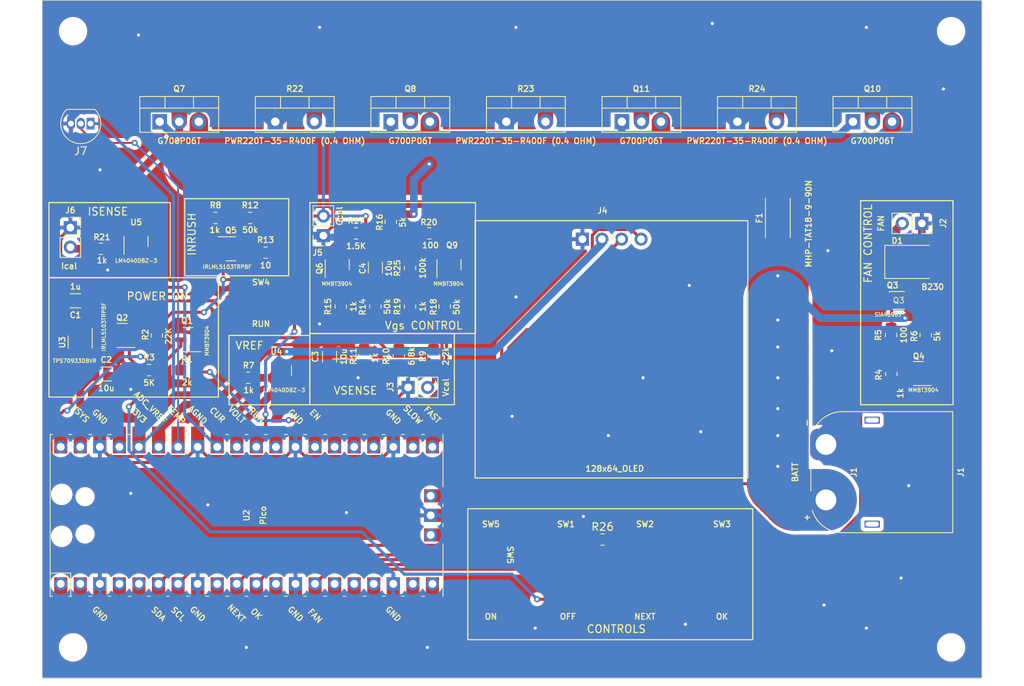
<source format=kicad_pcb>
(kicad_pcb (version 20221018) (generator pcbnew)
  (layers (0 "F.Cu" signal) (31 "B.Cu" signal) (34 "B.Paste" user) (35 "F.Paste" user) (36 "B.SilkS" user "B.Silkscreen") (37 "F.SilkS" user "F.Silkscreen") (38 "B.Mask" user) (39 "F.Mask" user) (44 "Edge.Cuts" user))
  (net 0 "")
  (net 1 "Net-(Q5-D)")
  (net 2 "/FET-G")
  (net 3 "/3V3")
  (net 4 "Net-(R10-Pad2)")
  (net 5 "/VHIGH")
  (net 6 "Net-(Q5-G)")
  (net 7 "/3V")
  (net 8 "/VOLT")
  (net 9 "/BAT+")
  (net 10 "Net-(Q3-G)")
  (net 11 "Net-(Q4-C)")
  (net 12 "/FAN")
  (net 13 "Net-(Q4-B)")
  (net 14 "Net-(R26-Pad1)")
  (net 15 "/ON")
  (net 16 "/EN")
  (net 17 "Net-(Q1-B)")
  (net 18 "GND")
  (net 19 "/SLOW")
  (net 20 "Net-(Q6-B)")
  (net 21 "/CUR")
  (net 22 "/FET-S")
  (net 23 "Net-(Q9-C)")
  (net 24 "/FAST")
  (net 25 "Net-(Q9-B)")
  (net 26 "Net-(Q6-C)")
  (net 27 "/FET-D")
  (net 28 "/FAN+")
  (net 31 "/VSYS")
  (net 32 "Net-(U2-RUN)")
  (net 33 "/OK")
  (net 34 "/NEXT")
  (net 35 "/OFF")
  (net 41 "/SDA")
  (net 42 "/SCL")
  (net 52 "/TEMP")
  (footprint "Resistor_SMD:R_0805_2012Metric_Pad1.20x1.40mm_HandSolder" (layer "F.Cu") (at 202.7 93.45 -90)
    (fp_text reference "R6")
    (fp_text value "5k")
  )
  (footprint "Connector_PinSocket_2.54mm:PinSocket_1x02_P2.54mm_Vertical" (layer "F.Cu") (at 135.5 100.25 90)
    (fp_text reference "J3")
    (fp_text value "Vcal")
  )
  (footprint "MountingHole:MountingHole_3.2mm_M3" (layer "F.Cu") (at 206 134)
    (fp_text reference "SEHOLE" hide)
    (fp_text value "MountingHole_3.2mm_M3")
  )
  (footprint "Package_TO_SOT_THT:TO-220-3_Vertical" (layer "F.Cu") (at 103.25 65.75)
    (fp_text reference "Q7")
    (fp_text value "G700P06T")
  )
  (footprint "Capacitor_SMD:C_1206_3216Metric_Pad1.33x1.80mm_HandSolder" (layer "F.Cu") (at 92.3125 89 180)
    (fp_text reference "C1")
    (fp_text value "1u")
  )
  (footprint "Resistor_SMD:R_0805_2012Metric_Pad1.20x1.40mm_HandSolder" (layer "F.Cu") (at 138.8 96.2 -90)
    (fp_text reference "R9")
    (fp_text value "2.2k")
  )
  (footprint "Package_TO_SOT_SMD:SOT-23-5" (layer "F.Cu") (at 92.925 94.3625 -90)
    (fp_text reference "U3")
    (fp_text value "TPS70933DBVR")
  )
  (footprint "Package_TO_SOT_SMD:SOT-23" (layer "F.Cu") (at 106.9375 94.05 180)
    (fp_text reference "Q1")
    (fp_text value "MMBT3904")
  )
  (footprint "Resistor_SMD:R_0805_2012Metric_Pad1.20x1.40mm_HandSolder" (layer "F.Cu") (at 198.25 98.5 -90)
    (fp_text reference "R4")
    (fp_text value "1k")
  )
  (footprint "Package_TO_SOT_SMD:Vishay_PowerPAK_SC70-6L_Single" (layer "F.Cu") (at 199.2 88.95)
    (fp_text reference "Q3")
    (fp_text value "SiA469DJ")
  )
  (footprint "Matt:SMD_Button_6mm_3_5mm" (layer "F.Cu") (at 156.25 128)
    (fp_text reference "SW1")
    (fp_text value "OFF")
  )
  (footprint "Capacitor_SMD:C_1206_3216Metric_Pad1.33x1.80mm_HandSolder" (layer "F.Cu") (at 131.25 84.6875 -90)
    (fp_text reference "C4")
    (fp_text value "10u")
  )
  (footprint "Package_TO_SOT_THT:TO-220-2_Vertical" (layer "F.Cu") (at 148.25 65.75)
    (fp_text reference "R23")
    (fp_text value "PWR220T-35-R400F (0.4 OHM)")
  )
  (footprint "Resistor_SMD:R_0805_2012Metric_Pad1.20x1.40mm_HandSolder" (layer "F.Cu") (at 135.75 84.75 90)
    (fp_text reference "R25")
    (fp_text value "100k")
  )
  (footprint "Resistor_SMD:R_0805_2012Metric_Pad1.20x1.40mm_HandSolder" (layer "F.Cu") (at 140.25 89.75 -90)
    (fp_text reference "R18")
    (fp_text value "50k")
  )
  (footprint "Matt:SMD_Button_6mm_3_5mm" (layer "F.Cu") (at 120.75 89.25 90)
    (fp_text reference "SW4")
    (fp_text value "RUN")
  )
  (footprint "Connector_PinSocket_2.54mm:PinSocket_1x02_P2.54mm_Vertical" (layer "F.Cu") (at 202.2 78.95 -90)
    (fp_text reference "J2")
    (fp_text value "FAN")
  )
  (footprint "Resistor_SMD:R_0805_2012Metric_Pad1.20x1.40mm_HandSolder" (layer "F.Cu") (at 114.75 99 180)
    (fp_text reference "R7")
    (fp_text value "1k")
  )
  (footprint "Connector_PinSocket_2.54mm:PinSocket_1x02_P2.54mm_Vertical" (layer "F.Cu") (at 124.5 80.54 180)
    (fp_text reference "J5")
    (fp_text value "Gcal")
  )
  (footprint "Resistor_SMD:R_0805_2012Metric_Pad1.20x1.40mm_HandSolder" (layer "F.Cu") (at 134.3 96.2 90)
    (fp_text reference "R10")
    (fp_text value "6.8k")
  )
  (footprint "Capacitor_SMD:C_1206_3216Metric_Pad1.33x1.80mm_HandSolder" (layer "F.Cu") (at 96.3125 98.5)
    (fp_text reference "C2")
    (fp_text value "10u")
  )
  (footprint "Matt:SMD_Button_6mm_3_5mm" (layer "F.Cu") (at 146.25 120 180)
    (fp_text reference "SW5")
    (fp_text value "ON")
  )
  (footprint "MountingHole:MountingHole_3.2mm_M3" (layer "F.Cu") (at 92 54)
    (fp_text reference "NWHOLE" hide)
    (fp_text value "MountingHole_3.2mm_M3")
  )
  (footprint "Capacitor_SMD:C_1206_3216Metric_Pad1.33x1.80mm_HandSolder" (layer "F.Cu") (at 125.3 96.2625 90)
    (fp_text reference "C3")
    (fp_text value "10u")
  )
  (footprint "MountingHole:MountingHole_3.2mm_M3" (layer "F.Cu") (at 206 54)
    (fp_text reference "NEHOLE" hide)
    (fp_text value "MountingHole_3.2mm_M3")
  )
  (footprint "Package_TO_SOT_SMD:SOT-23" (layer "F.Cu") (at 201.75 98.45 180)
    (fp_text reference "Q4")
    (fp_text value "MMBT3904")
  )
  (footprint "Package_TO_SOT_SMD:SOT-23" (layer "F.Cu") (at 98.375 93.5 180)
    (fp_text reference "Q2")
    (fp_text value "IRLML5103TRPBF")
  )
  (footprint "MCU_RaspberryPi_and_Boards:RPi_Pico_SMD_TH" (layer "F.Cu") (at 114.53 116.86 90)
    (fp_text reference "U2")
    (fp_text value "Pico")
  )
  (footprint "Matt:OLED_128_64_1.3in" (layer "F.Cu") (at 158.13 81)
    (fp_text reference "J4")
    (fp_text value "128x64_OLED")
  )
  (footprint "Matt:SMD_Button_6mm_3_5mm" (layer "F.Cu") (at 166.25 120 180)
    (fp_text reference "SW2")
    (fp_text value "NEXT")
  )
  (footprint "Resistor_SMD:R_0805_2012Metric_Pad1.20x1.40mm_HandSolder" (layer "F.Cu") (at 110.5 78.25)
    (fp_text reference "R8")
    (fp_text value "1k")
  )
  (footprint "Package_TO_SOT_THT:TO-220-2_Vertical" (layer "F.Cu") (at 178.25 65.75)
    (fp_text reference "R24")
    (fp_text value "PWR220T-35-R400F (0.4 OHM)")
  )
  (footprint "Resistor_SMD:R_0805_2012Metric_Pad1.20x1.40mm_HandSolder" (layer "F.Cu") (at 133.25 78.75 -90)
    (fp_text reference "R16")
    (fp_text value "5k")
  )
  (footprint "Resistor_SMD:R_0805_2012Metric_Pad1.20x1.40mm_HandSolder" (layer "F.Cu") (at 128.75 80.25)
    (fp_text reference "R17")
    (fp_text value "1.5K")
  )
  (footprint "Resistor_SMD:R_0805_2012Metric_Pad1.20x1.40mm_HandSolder" (layer "F.Cu") (at 131.25 89.75 -90)
    (fp_text reference "R14")
    (fp_text value "50k")
  )
  (footprint "Resistor_SMD:R_0805_2012Metric_Pad1.20x1.40mm_HandSolder" (layer "F.Cu") (at 95.625 82.25 180)
    (fp_text reference "R21")
    (fp_text value "1k")
  )
  (footprint "Resistor_SMD:R_0805_2012Metric_Pad1.20x1.40mm_HandSolder" (layer "F.Cu") (at 102.875 93.5 -90)
    (fp_text reference "R2")
    (fp_text value "22K")
  )
  (footprint "Resistor_SMD:R_0805_2012Metric_Pad1.20x1.40mm_HandSolder" (layer "F.Cu") (at 126.75 89.75 90)
    (fp_text reference "R15")
    (fp_text value "1k")
  )
  (footprint "Fuse:Fuse_Schurter_UMZ250" (layer "F.Cu") (at 183.5 78.25 90)
    (fp_text reference "F1")
    (fp_text value "MHP-TAT18-9-90N")
  )
  (footprint "Resistor_SMD:R_0805_2012Metric_Pad1.20x1.40mm_HandSolder" (layer "F.Cu") (at 160.75 120)
    (fp_text reference "R26")
    (fp_text value "100")
  )
  (footprint "Resistor_SMD:R_0805_2012Metric_Pad1.20x1.40mm_HandSolder" (layer "F.Cu") (at 106.875 98 180)
    (fp_text reference "R1")
    (fp_text value "2k")
  )
  (footprint "Package_TO_SOT_THT:TO-92_Inline" (layer "F.Cu") (at 94.27 66 180)
    (fp_text reference "J7")
    (fp_text value "MCP7901")
  )
  (footprint "Package_TO_SOT_THT:TO-220-3_Vertical" (layer "F.Cu") (at 163.25 65.75)
    (fp_text reference "Q11")
    (fp_text value "G700P06T")
  )
  (footprint "Resistor_SMD:R_0805_2012Metric_Pad1.20x1.40mm_HandSolder" (layer "F.Cu") (at 135.75 89.75 90)
    (fp_text reference "R19")
    (fp_text value "1k")
  )
  (footprint "Resistor_SMD:R_0805_2012Metric_Pad1.20x1.40mm_HandSolder" (layer "F.Cu") (at 101.875 98)
    (fp_text reference "R3")
    (fp_text value "5K")
  )
  (footprint "Connector_AMASS:AMASS_XT60PW-M_1x02_P7.20mm_Horizontal" (layer "F.Cu") (at 189.75 107.65 -90)
    (fp_text reference "J1")
    (fp_text value "BATT")
  )
  (footprint "Diode_SMD:D_SMB" (layer "F.Cu") (at 201.05 83.95)
    (fp_text reference "D1")
    (fp_text value "B230")
  )
  (footprint "Package_TO_SOT_THT:TO-220-2_Vertical" (layer "F.Cu") (at 118.25 65.75)
    (fp_text reference "R22")
    (fp_text value "PWR220T-35-R400F (0.4 OHM)")
  )
  (footprint "Package_TO_SOT_SMD:SOT-23" (layer "F.Cu") (at 118.8 98.0625 90)
    (fp_text reference "U4")
    (fp_text value "LM4040DBZ-3")
  )
  (footprint "Package_TO_SOT_SMD:SOT-23" (layer "F.Cu") (at 112.5 82.25)
    (fp_text reference "Q5")
    (fp_text value "IRLML5103TRPBF")
  )
  (footprint "Package_TO_SOT_THT:TO-220-3_Vertical" (layer "F.Cu") (at 133.25 65.75)
    (fp_text reference "Q8")
    (fp_text value "G700P06T")
  )
  (footprint "Package_TO_SOT_SMD:SOT-23" (layer "F.Cu") (at 140.8 84.3125 90)
    (fp_text reference "Q9")
    (fp_text value "MMBT3904")
  )
  (footprint "Package_TO_SOT_THT:TO-220-3_Vertical" (layer "F.Cu") (at 193.25 65.75)
    (fp_text reference "Q10")
    (fp_text value "G700P06T")
  )
  (footprint "Resistor_SMD:R_0805_2012Metric_Pad1.20x1.40mm_HandSolder" (layer "F.Cu") (at 198.2 93.45 90)
    (fp_text reference "R5")
    (fp_text value "100")
  )
  (footprint "Matt:SMD_Button_6mm_3_5mm" (layer "F.Cu") (at 176.25 120 180)
    (fp_text reference "SW3")
    (fp_text value "OK")
  )
  (footprint "Package_TO_SOT_SMD:SOT-23" (layer "F.Cu") (at 126.3 84.3125 90)
    (fp_text reference "Q6")
    (fp_text value "MMBT3904")
  )
  (footprint "Package_TO_SOT_SMD:SOT-23" (layer "F.Cu") (at 100.175 81.3125 90)
    (fp_text reference "U5")
    (fp_text value "LM4040DBZ-3")
  )
  (footprint "MountingHole:MountingHole_3.2mm_M3" (layer "F.Cu") (at 92 134)
    (fp_text reference "SWHOLE" hide)
    (fp_text value "MountingHole_3.2mm_M3")
  )
  (footprint "Connector_PinSocket_2.54mm:PinSocket_1x02_P2.54mm_Vertical" (layer "F.Cu") (at 91.65 79.5)
    (fp_text reference "J6")
    (fp_text value "Ical")
  )
  (footprint "Resistor_SMD:R_0805_2012Metric_Pad1.20x1.40mm_HandSolder" (layer "F.Cu") (at 115 78.25 180)
    (fp_text reference "R12")
    (fp_text value "50k")
  )
  (footprint "Resistor_SMD:R_0805_2012Metric_Pad1.20x1.40mm_HandSolder" (layer "F.Cu") (at 138.25 80.25 180)
    (fp_text reference "R20")
    (fp_text value "100")
  )
  (footprint "Resistor_SMD:R_0805_2012Metric_Pad1.20x1.40mm_HandSolder" (layer "F.Cu") (at 129.8 96.2 -90)
    (fp_text reference "R11")
    (fp_text value "1k")
  )
  (footprint "Resistor_SMD:R_0805_2012Metric_Pad1.20x1.40mm_HandSolder" (layer "F.Cu") (at 117 82.75)
    (fp_text reference "R13")
    (fp_text value "10")
  )
  (gr_rect (start 122.75 76.25) (end 144.25 93.25) (stroke (width 0.15)) (fill none) (layer "F.SilkS"))
  (gr_rect (start 88.875 86) (end 110.875 101.5) (stroke (width 0.15)) (fill none) (layer "F.SilkS"))
  (gr_rect (start 88.875 76.25) (end 104.625 86) (stroke (width 0.15)) (fill none) (layer "F.SilkS"))
  (gr_rect (start 194.25 76) (end 206.25 102.5) (stroke (width 0.15)) (fill none) (layer "F.SilkS"))
  (gr_rect (start 144.2 78.6) (end 179.6 112) (stroke (width 0.15)) (fill none) (layer "F.SilkS"))
  (gr_rect (start 122.75 93.25) (end 141.5 102.5) (stroke (width 0.15)) (fill none) (layer "F.SilkS"))
  (gr_rect (start 112.25 93.5) (end 122.75 102.5) (stroke (width 0.15)) (fill none) (layer "F.SilkS"))
  (gr_rect (start 143.25 116) (end 180.25 133) (stroke (width 0.15)) (fill none) (layer "F.SilkS"))
  (gr_rect (start 106.5 75.75) (end 120 85.75) (stroke (width 0.15)) (fill none) (layer "F.SilkS"))
  (gr_rect (start 88 50) (end 210 138) (stroke (width 0.1)) (fill none) (layer "Edge.Cuts"))
  (gr_text "ISENSE" (at 93.8 78) (layer "F.SilkS") (effects (font (size 1 1)) (justify left bottom)))
  (gr_text "INRUSH" (at 108 83.25 90) (layer "F.SilkS") (effects (font (size 1 1)) (justify left bottom)))
  (gr_text "VSENSE" (at 125.75 101.25) (layer "F.SilkS") (effects (font (size 1 1)) (justify left bottom)))
  (gr_text "CONTROLS" (at 158.6 132.2) (layer "F.SilkS") (effects (font (size 1 1)) (justify left bottom)))
  (gr_text "FAN CONTROL" (at 195.8 86.8 90) (layer "F.SilkS") (effects (font (size 1 1)) (justify left bottom)))
  (gr_text "VREF" (at 113 95.4) (layer "F.SilkS") (effects (font (size 1 1)) (justify left bottom)))
  (gr_text "Vgs CONTROL" (at 132.4 92.8) (layer "F.SilkS") (effects (font (size 1 1)) (justify left bottom)))
  (gr_text "POWER ON" (at 98.875 89) (layer "F.SilkS") (effects (font (size 1 1)) (justify left bottom)))
  (segment (start 115.5 82.25) (end 116 82.75) (width 0.4) (layer "F.Cu") (net 1))
  (segment (start 113.4375 82.25) (end 115.5 82.25) (width 0.4) (layer "F.Cu") (net 1))
  (segment (start 129.75 80.25) (end 129.75 81.625) (width 0.4) (layer "F.Cu") (net 2))
  (segment (start 118 82.75) (end 122.75 78) (width 0.4) (layer "F.Cu") (net 2))
  (segment (start 135.125 83.125) (end 135.75 83.75) (width 0.4) (layer "F.Cu") (net 2))
  (segment (start 135.75 83.75) (end 137.25 82.25) (width 0.4) (layer "F.Cu") (net 2))
  (segment (start 129.75 81.625) (end 131.25 83.125) (width 0.4) (layer "F.Cu") (net 2))
  (segment (start 137.25 82.25) (end 137.25 80.25) (width 0.4) (layer "F.Cu") (net 2))
  (segment (start 130 80) (end 129.75 80.25) (width 0.4) (layer "F.Cu") (net 2))
  (segment (start 131.25 83.125) (end 135.125 83.125) (width 0.4) (layer "F.Cu") (net 2))
  (segment (start 133.25 79.75) (end 136.75 79.75) (width 0.4) (layer "F.Cu") (net 2))
  (segment (start 130 78) (end 130 80) (width 0.4) (layer "F.Cu") (net 2))
  (segment (start 122.75 78) (end 124.5 78) (width 0.4) (layer "F.Cu") (net 2))
  (segment (start 136.75 79.75) (end 137.25 80.25) (width 0.4) (layer "F.Cu") (net 2))
  (via (at 130 78) (size 0.8) (drill 0.4) (layers "F.Cu" "B.Cu") (net 2))
  (segment (start 191.55 67.45) (end 193.25 65.75) (width 1) (layer "B.Cu") (net 2))
  (segment (start 103.25 65.75) (end 104.95 67.45) (width 1) (layer "B.Cu") (net 2))
  (segment (start 163.25 65.75) (end 163.25 67.2) (width 1) (layer "B.Cu") (net 2))
  (segment (start 124.5 78) (end 124.5 67.45) (width 0.4) (layer "B.Cu") (net 2))
  (segment (start 124.5 67.45) (end 133 67.45) (width 1) (layer "B.Cu") (net 2))
  (segment (start 104.95 67.45) (end 124.5 67.45) (width 1) (layer "B.Cu") (net 2))
  (segment (start 163.25 67.2) (end 163.5 67.45) (width 1) (layer "B.Cu") (net 2))
  (segment (start 133.25 67.2) (end 133 67.45) (width 1) (layer "B.Cu") (net 2))
  (segment (start 163.5 67.45) (end 191.55 67.45) (width 1) (layer "B.Cu") (net 2))
  (segment (start 124.5 78) (end 130 78) (width 0.4) (layer "B.Cu") (net 2))
  (segment (start 133.25 65.75) (end 133.25 67.2) (width 1) (layer "B.Cu") (net 2))
  (segment (start 133 67.45) (end 163.5 67.45) (width 1) (layer "B.Cu") (net 2))
  (segment (start 111.5 101.25) (end 105.25 101.25) (width 1) (layer "F.Cu") (net 3))
  (segment (start 100.56 105.94) (end 100.56 107.97) (width 1) (layer "F.Cu") (net 3))
  (segment (start 113.75 98.856497) (end 117.006497 95.6) (width 1) (layer "F.Cu") (net 3))
  (segment (start 113.75 99) (end 111.5 101.25) (width 1) (layer "F.Cu") (net 3))
  (segment (start 113.75 99) (end 113.75 98.856497) (width 1) (layer "F.Cu") (net 3))
  (segment (start 100.56 107.97) (end 100.56 106.21) (width 0.4) (layer "F.Cu") (net 3))
  (segment (start 117.006497 95.6) (end 119.75 95.6) (width 1) (layer "F.Cu") (net 3))
  (segment (start 105.25 101.25) (end 100.56 105.94) (width 1) (layer "F.Cu") (net 3))
  (via (at 119.75 95.6) (size 0.8) (drill 0.4) (layers "F.Cu" "B.Cu") (net 3))
  (segment (start 160.67 81.56) (end 160.67 81) (width 1) (layer "B.Cu") (net 3))
  (segment (start 105.04 75.308528) (end 95.731472 66) (width 0.4) (layer "B.Cu") (net 3))
  (segment (start 95.731472 66) (end 94.27 66) (width 0.4) (layer "B.Cu") (net 3))
  (segment (start 105.04 103.49) (end 105.04 75.308528) (width 0.4) (layer "B.Cu") (net 3))
  (segment (start 100.56 107.97) (end 105.04 103.49) (width 0.4) (layer "B.Cu") (net 3))
  (segment (start 146.63 95.6) (end 160.67 81.56) (width 1) (layer "B.Cu") (net 3))
  (segment (start 119.75 95.6) (end 146.63 95.6) (width 1) (layer "B.Cu") (net 3))
  (segment (start 138.8 95.2) (end 134.3 95.2) (width 0.4) (layer "F.Cu") (net 4))
  (segment (start 115.027208 93.8) (end 124.2 93.8) (width 0.4) (layer "F.Cu") (net 5))
  (segment (start 110.227208 89) (end 115.027208 93.8) (width 0.4) (layer "F.Cu") (net 5))
  (segment (start 93.875 89) (end 109.5 89) (width 0.4) (layer "F.Cu") (net 5))
  (segment (start 97.1625 93.225) (end 97.4375 93.5) (width 0.4) (layer "F.Cu") (net 5))
  (segment (start 93.875 89) (end 93.875 93.225) (width 0.4) (layer "F.Cu") (net 5))
  (segment (start 131.018261 93.6375) (end 133.580761 96.2) (width 0.4) (layer "F.Cu") (net 5))
  (segment (start 109.5 78.25) (end 109.5 89) (width 0.4) (layer "F.Cu") (net 5))
  (segment (start 109.5 89) (end 110.227208 89) (width 0.4) (layer "F.Cu") (net 5))
  (segment (start 138.8 97.2) (end 138.8 99.49) (width 0.4) (layer "F.Cu") (net 5))
  (segment (start 124.3625 93.6375) (end 131.018261 93.6375) (width 0.4) (layer "F.Cu") (net 5))
  (segment (start 93.875 93.225) (end 97.1625 93.225) (width 0.4) (layer "F.Cu") (net 5))
  (segment (start 138.8 99.49) (end 138.04 100.25) (width 0.4) (layer "F.Cu") (net 5))
  (segment (start 137.8 96.2) (end 138.8 97.2) (width 0.4) (layer "F.Cu") (net 5))
  (segment (start 133.580761 96.2) (end 137.8 96.2) (width 0.4) (layer "F.Cu") (net 5))
  (segment (start 124.2 93.8) (end 124.3625 93.6375) (width 0.4) (layer "F.Cu") (net 5))
  (segment (start 111.5 78.25) (end 111.5 81.2375) (width 0.4) (layer "F.Cu") (net 6))
  (segment (start 111.5 78.25) (end 114 78.25) (width 0.4) (layer "F.Cu") (net 6))
  (segment (start 111.5 81.2375) (end 111.5625 81.3) (width 0.4) (layer "F.Cu") (net 6))
  (segment (start 103.1 105.9) (end 103.1 107.97) (width 1) (layer "F.Cu") (net 7))
  (segment (start 112.393503 102.5) (end 106.5 102.5) (width 1) (layer "F.Cu") (net 7))
  (segment (start 103.1 107.97) (end 103.1 106.21) (width 0.4) (layer "F.Cu") (net 7))
  (segment (start 115.75 99) (end 117.85 99) (width 1) (layer "F.Cu") (net 7))
  (segment (start 106.5 102.5) (end 103.1 105.9) (width 1) (layer "F.Cu") (net 7))
  (segment (start 115.75 99.143503) (end 112.393503 102.5) (width 1) (layer "F.Cu") (net 7))
  (segment (start 115.75 99) (end 115.75 99.143503) (width 1) (layer "F.Cu") (net 7))
  (segment (start 134.3 97.2) (end 129.8 97.2) (width 0.4) (layer "F.Cu") (net 8))
  (segment (start 125.925 97.2) (end 125.3 97.825) (width 0.4) (layer "F.Cu") (net 8))
  (segment (start 118.4325 100.4375) (end 122.6875 100.4375) (width 1) (layer "F.Cu") (net 8))
  (segment (start 122.6875 100.4375) (end 125.3 97.825) (width 1) (layer "F.Cu") (net 8))
  (segment (start 113.26 107.97) (end 113.26 105.61) (width 1) (layer "F.Cu") (net 8))
  (segment (start 129.8 97.2) (end 125.925 97.2) (width 0.4) (layer "F.Cu") (net 8))
  (segment (start 113.26 105.61) (end 118.4325 100.4375) (width 1) (layer "F.Cu") (net 8))
  (segment (start 111.5 86.25) (end 111.5 83.2625) (width 0.4) (layer "F.Cu") (net 9))
  (segment (start 183.5 79.25) (end 183.5 82.5) (width 1) (layer "F.Cu") (net 9))
  (segment (start 111.5 83.2625) (end 111.5625 83.2) (width 0.4) (layer "F.Cu") (net 9))
  (segment (start 201.375 91.125) (end 200.125 91.125) (width 1) (layer "F.Cu") (net 9))
  (segment (start 102.875 92.5) (end 104.875 90.5) (width 0.4) (layer "F.Cu") (net 9))
  (segment (start 126.75 76.95) (end 127.25 76.45) (width 0.4) (layer "F.Cu") (net 9))
  (segment (start 183.5 112.75) (end 183.5 85.75) (width 8) (layer "F.Cu") (net 9))
  (segment (start 169 112.75) (end 183.5 112.75) (width 0.4) (layer "F.Cu") (net 9))
  (segment (start 185.6 114.85) (end 185.5 114.75) (width 8) (layer "F.Cu") (net 9))
  (segment (start 189.75 114.85) (end 185.6 114.85) (width 8) (layer "F.Cu") (net 9))
  (segment (start 161.75 120) (end 169 112.75) (width 0.4) (layer "F.Cu") (net 9))
  (segment (start 121.29 86.25) (end 126.75 80.79) (width 0.4) (layer "F.Cu") (net 9))
  (segment (start 201.375 91.125) (end 200.125 89.875) (width 1) (layer "F.Cu") (net 9))
  (segment (start 126.75 80.79) (end 126.75 76.95) (width 0.4) (layer "F.Cu") (net 9))
  (segment (start 199.925 89.6) (end 200.125 89.8) (width 0.4) (layer "F.Cu") (net 9))
  (segment (start 102.825 92.55) (end 102.875 92.5) (width 0.4) (layer "F.Cu") (net 9))
  (segment (start 180.7 76.45) (end 183.5 79.25) (width 1) (layer "F.Cu") (net 9))
  (segment (start 180.7 76.45) (end 127.25 76.45) (width 1) (layer "F.Cu") (net 9))
  (segment (start 200.125 91.125) (end 200 91.25) (width 1) (layer "F.Cu") (net 9))
  (segment (start 185.5 114.75) (end 183.5 112.75) (width 8) (layer "F.Cu") (net 9))
  (segment (start 104.875 90.5) (end 109 90.5) (width 0.4) (layer "F.Cu") (net 9))
  (segment (start 99.3125 92.55) (end 102.825 92.55) (width 0.4) (layer "F.Cu") (net 9))
  (segment (start 200.125 89.875) (end 200.125 89.8) (width 1) (layer "F.Cu") (net 9))
  (segment (start 199.24 89.6) (end 199.925 89.6) (width 0.4) (layer "F.Cu") (net 9))
  (segment (start 111.5 86.25) (end 121.29 86.25) (width 0.4) (layer "F.Cu") (net 9))
  (segment (start 202.7 92.45) (end 201.375 91.125) (width 1) (layer "F.Cu") (net 9))
  (via (at 200 91.25) (size 0.8) (drill 0.4) (layers "F.Cu" "B.Cu") (net 9))
  (via (at 183.5 99) (size 0.8) (drill 0.4) (layers "F.Cu" "B.Cu") (net 9))
  (via (at 183.5 106.5) (size 0.8) (drill 0.4) (layers "F.Cu" "B.Cu") (net 9))
  (via (at 183.5 85.75) (size 0.8) (drill 0.4) (layers "F.Cu" "B.Cu") (net 9))
  (via (at 183.5 91.5) (size 0.8) (drill 0.4) (layers "F.Cu" "B.Cu") (net 9))
  (via (at 183.5 95) (size 0.8) (drill 0.4) (layers "F.Cu" "B.Cu") (net 9))
  (via (at 183.5 103) (size 0.8) (drill 0.4) (layers "F.Cu" "B.Cu") (net 9))
  (via (at 183.5 110.5) (size 0.8) (drill 0.4) (layers "F.Cu" "B.Cu") (net 9))
  (via (at 109 90.5) (size 0.8) (drill 0.4) (layers "F.Cu" "B.Cu") (net 9))
  (via (at 111.5 86.25) (size 0.8) (drill 0.4) (layers "F.Cu" "B.Cu") (net 9))
  (segment (start 183.5 103) (end 183.5 99) (width 8) (layer "B.Cu") (net 9))
  (segment (start 183.5 91.5) (end 183.5 89) (width 8) (layer "B.Cu") (net 9))
  (segment (start 189 91.25) (end 183.5 85.75) (width 1) (layer "B.Cu") (net 9))
  (segment (start 185.85 114.85) (end 183.5 112.5) (width 8) (layer "B.Cu") (net 9))
  (segment (start 183.5 99) (end 183.5 95) (width 8) (layer "B.Cu") (net 9))
  (segment (start 189.75 114.85) (end 185.85 114.85) (width 8) (layer "B.Cu") (net 9))
  (segment (start 183.5 106.5) (end 183.5 103) (width 8) (layer "B.Cu") (net 9))
  (segment (start 200 91.25) (end 189 91.25) (width 1) (layer "B.Cu") (net 9))
  (segment (start 111.5 88) (end 111.5 86.25) (width 0.4) (layer "B.Cu") (net 9))
  (segment (start 109 90.5) (end 111.5 88) (width 0.4) (layer "B.Cu") (net 9))
  (segment (start 183.5 112.5) (end 183.5 110.5) (width 8) (layer "B.Cu") (net 9))
  (segment (start 183.5 95) (end 183.5 91.5) (width 8) (layer "B.Cu") (net 9))
  (segment (start 183.5 110.5) (end 183.5 106.5) (width 8) (layer "B.Cu") (net 9))
  (segment (start 198.275 92.375) (end 198.2 92.45) (width 0.4) (layer "F.Cu") (net 10))
  (segment (start 198.275 89.6) (end 198.275 92.375) (width 0.4) (layer "F.Cu") (net 10))
  (segment (start 198.2 92.45) (end 200.7 92.45) (width 0.4) (layer "F.Cu") (net 10))
  (segment (start 200.7 92.45) (end 202.7 94.45) (width 0.4) (layer "F.Cu") (net 10))
  (segment (start 198.2 94.45) (end 200.8125 97.0625) (width 0.4) (layer "F.Cu") (net 11))
  (segment (start 200.8125 97.0625) (end 200.8125 98.45) (width 0.4) (layer "F.Cu") (net 11))
  (segment (start 194.25 116.57254) (end 194.25 101.5) (width 0.4) (layer "F.Cu") (net 12))
  (segment (start 123.42 125.75) (end 125.32 123.85) (width 0.4) (layer "F.Cu") (net 12))
  (segment (start 186.97254 123.85) (end 194.25 116.57254) (width 0.4) (layer "F.Cu") (net 12))
  (segment (start 125.32 123.85) (end 186.97254 123.85) (width 0.4) (layer "F.Cu") (net 12))
  (segment (start 194.25 101.5) (end 198.25 97.5) (width 0.4) (layer "F.Cu") (net 12))
  (segment (start 202.6875 99.4) (end 198.35 99.4) (width 0.4) (layer "F.Cu") (net 13))
  (segment (start 198.35 99.4) (end 198.25 99.5) (width 0.4) (layer "F.Cu") (net 13))
  (segment (start 156.25 120) (end 159.75 120) (width 0.4) (layer "F.Cu") (net 14))
  (segment (start 91.25 103.25) (end 90.82 103.25) (width 0.4) (layer "F.Cu") (net 15))
  (segment (start 90 110) (end 139.5 110) (width 0.4) (layer "F.Cu") (net 15))
  (segment (start 101.125 96.25) (end 100.75 96.25) (width 0.4) (layer "F.Cu") (net 15))
  (segment (start 102.875 98) (end 101.125 96.25) (width 0.4) (layer "F.Cu") (net 15))
  (segment (start 89.15 109.15) (end 90 110) (width 0.4) (layer "F.Cu") (net 15))
  (segment (start 139.5 110) (end 146.25 116.75) (width 0.4) (layer "F.Cu") (net 15))
  (segment (start 90.82 103.25) (end 89.15 104.92) (width 0.4) (layer "F.Cu") (net 15))
  (segment (start 89.15 104.92) (end 89.15 109.15) (width 0.4) (layer "F.Cu") (net 15))
  (segment (start 106 94.05) (end 106 94.875) (width 0.4) (layer "F.Cu") (net 15))
  (segment (start 106 94.875) (end 102.875 98) (width 0.4) (layer "F.Cu") (net 15))
  (segment (start 146.25 116.75) (end 146.25 120) (width 0.4) (layer "F.Cu") (net 15))
  (via (at 91.25 103.25) (size 0.8) (drill 0.4) (layers "F.Cu" "B.Cu") (net 15))
  (via (at 100.75 96.25) (size 0.8) (drill 0.4) (layers "F.Cu" "B.Cu") (net 15))
  (segment (start 100.75 96.25) (end 98.25 96.25) (width 0.4) (layer "B.Cu") (net 15))
  (segment (start 98.25 96.25) (end 91.25 103.25) (width 0.4) (layer "B.Cu") (net 15))
  (segment (start 123.42 107.97) (end 123.42 106.21) (width 0.4) (layer "F.Cu") (net 16))
  (segment (start 109.75 98.25) (end 108.125 98.25) (width 0.4) (layer "F.Cu") (net 16))
  (segment (start 108.125 98.25) (end 107.875 98) (width 0.4) (layer "F.Cu") (net 16))
  (segment (start 123.42 106.21) (end 121.71 104.5) (width 0.4) (layer "F.Cu") (net 16))
  (segment (start 121.71 104.5) (end 120 104.5) (width 0.4) (layer "F.Cu") (net 16))
  (via (at 120 104.5) (size 0.8) (drill 0.4) (layers "F.Cu" "B.Cu") (net 16))
  (via (at 109.75 98.25) (size 0.8) (drill 0.4) (layers "F.Cu" "B.Cu") (net 16))
  (segment (start 120 104.5) (end 119.95 104.55) (width 0.4) (layer "B.Cu") (net 16))
  (segment (start 119.95 104.55) (end 116.05 104.55) (width 0.4) (layer "B.Cu") (net 16))
  (segment (start 116.05 104.55) (end 109.75 98.25) (width 0.4) (layer "B.Cu") (net 16))
  (segment (start 105.875 98) (end 105.875 97) (width 0.4) (layer "F.Cu") (net 17))
  (segment (start 105.875 97) (end 107.875 95) (width 0.4) (layer "F.Cu") (net 17))
  (segment (start 124.05 94.7) (end 125.3 94.7) (width 0.4) (layer "F.Cu") (net 18))
  (segment (start 95.48 107.97) (end 96.73 109.22) (width 0.4) (layer "F.Cu") (net 18))
  (segment (start 119.59 128.8) (end 109.3 128.8) (width 0.4) (layer "F.Cu") (net 18))
  (segment (start 141.75 87.25) (end 141.75 85.25) (width 0.4) (layer "F.Cu") (net 18))
  (segment (start 202.2 82.95) (end 203.2 83.95) (width 1) (layer "F.Cu") (net 18))
  (segment (start 133.58 125.75) (end 133.58 127.51) (width 0.4) (layer "F.Cu") (net 18))
  (segment (start 135.25 86.25) (end 135.75 85.75) (width 0.4) (layer "F.Cu") (net 18))
  (segment (start 92.925 91.175) (end 92.925 93.225) (width 0.4) (layer "F.Cu") (net 18))
  (segment (start 90.4 88.65) (end 90.4 80.75) (width 0.4) (layer "F.Cu") (net 18))
  (segment (start 108.18 125.75) (end 108.18 127.51) (width 0.4) (layer "F.Cu") (net 18))
  (segment (start 95.48 107.97) (end 95.48 100.895) (width 0.4) (layer "F.Cu") (net 18))
  (segment (start 113.9 87.85) (end 124.130761 87.85) (width 0.4) (layer "F.Cu") (net 18))
  (segment (start 91.65 79.5) (end 91.65 66.08) (width 0.4) (layer "F.Cu") (net 18))
  (segment (start 119.75 99) (end 124.05 94.7) (width 0.4) (layer "F.Cu") (net 18))
  (segment (start 133.58 127.51) (end 132.29 128.8) (width 0.4) (layer "F.Cu") (net 18))
  (segment (start 113.015381 98.015381) (end 116.330761 94.7) (width 0.4) (layer "F.Cu") (net 18))
  (segment (start 135.32 129.25) (end 145 129.25) (width 0.4) (layer "F.Cu") (net 18))
  (segment (start 120.88 128.13) (end 120.88 125.75) (width 0.4) (layer "F.Cu") (net 18))
  (segment (start 125.75 79.29) (end 125.75 77.25) (width 0.4) (layer "F.Cu") (net 18))
  (segment (start 127.85 89.369239) (end 127.85 85.85) (width 0.4) (layer "F.Cu") (net 18))
  (segment (start 96.8 128.8) (end 95.48 127.48) (width 0.4) (layer "F.Cu") (net 18))
  (segment (start 91.65 66.08) (end 91.73 66) (width 0.4) (layer "F.Cu") (net 18))
  (segment (start 112.790381 98.015381) (end 113.015381 98.015381) (width 0.4) (layer "F.Cu") (net 18))
  (segment (start 109.43 109.22) (end 119.63 109.22) (width 0.4) (layer "F.Cu") (net 18))
  (segment (start 90.4 80.75) (end 91.65 79.5) (width 0.4) (layer "F.Cu") (net 18))
  (segment (start 129.8 95.2) (end 125.8 95.2) (width 0.4) (layer "F.Cu") (net 18))
  (segment (start 132.25 89.75) (end 139.25 89.75) (width 0.4) (layer "F.Cu") (net 18))
  (segment (start 114.9 77.15) (end 116 78.25) (width 0.4) (layer "F.Cu") (net 18))
  (segment (start 131.25 86.25) (end 135.25 86.25) (width 0.4) (layer "F.Cu") (net 18))
  (segment (start 106.225 77.15) (end 114.9 77.15) (width 0.4) (layer "F.Cu") (net 18))
  (segment (start 93.647183 94.4375) (end 94.3125 94.4375) (width 0.4) (layer "F.Cu") (net 18))
  (segment (start 126.030761 89.75) (end 127.469239 89.75) (width 0.4) (layer "F.Cu") (net 18))
  (segment (start 96.73 109.22) (end 106.93 109.22) (width 0.4) (layer "F.Cu") (net 18))
  (segment (start 202.6875 97.5) (end 202.6875 97.218261) (width 0.4) (layer "F.Cu") (net 18))
  (segment (start 108.18 127.68) (end 108.18 125.75) (width 0.4) (layer "F.Cu") (net 18))
  (segment (start 148.5 130.25) (end 164 130.25) (width 0.4) (layer "F.Cu") (net 18))
  (segment (start 95.48 127.48) (end 95.48 125.75) (width 0.4) (layer "F.Cu") (net 18))
  (segment (start 131.25 88.75) (end 132.25 89.75) (width 0.4) (layer "F.Cu") (net 18))
  (segment (start 133.58 107.97) (end 133.58 102.17) (width 0.4) (layer "F.Cu") (net 18))
  (segment (start 127.85 85.85) (end 127.25 85.25) (width 0.4) (layer "F.Cu") (net 18))
  (segment (start 146 81) (end 158.13 81) (width 0.4) (layer "F.Cu") (net 18))
  (segment (start 132.29 128.8) (end 121.55 128.8) (width 0.4) (layer "F.Cu") (net 18))
  (segment (start 120.88 125.75) (end 120.88 127.51) (width 0.4) (layer "F.Cu") (net 18))
  (segment (start 109.3 128.8) (end 108.18 127.68) (width 0.4) (layer "F.Cu") (net 18))
  (segment (start 122.13 109.22) (end 132.33 109.22) (width 0.4) (layer "F.Cu") (net 18))
  (segment (start 120.88 127.51) (end 119.59 128.8) (width 0.4) (layer "F.Cu") (net 18))
  (segment (start 121.55 128.8) (end 120.88 128.13) (width 0.4) (layer "F.Cu") (net 18))
  (segment (start 108.18 127.51) (end 106.89 128.8) (width 0.4) (layer "F.Cu") (net 18))
  (segment (start 106.89 128.8) (end 96.8 128.8) (width 0.4) (layer "F.Cu") (net 18))
  (segment (start 131.25 86.25) (end 131.25 88.75) (width 0.4) (layer "F.Cu") (net 18))
  (segment (start 133.58 102.17) (end 135.5 100.25) (width 0.4) (layer "F.Cu") (net 18))
  (segment (start 198.919239 93.45) (end 197.480761 93.45) (width 0.4) (layer "F.Cu") (net 18))
  (segment (start 112.75 89) (end 113.9 87.85) (width 0.4) (layer "F.Cu") (net 18))
  (segment (start 107.875 93.1) (end 112.790381 98.015381) (width 0.4) (layer "F.Cu") (net 18))
  (segment (start 97.875 98) (end 97.875 98.5) (width 0.4) (layer "F.Cu") (net 18))
  (segment (start 92.925 93.715317) (end 93.647183 94.4375) (width 0.4) (layer "F.Cu") (net 18))
  (segment (start 127.469239 89.75) (end 127.85 89.369239) (width 0.4) (layer "F.Cu") (net 18))
  (segment (start 202.2 78.95) (end 202.2 82.95) (width 1) (layer "F.Cu") (net 18))
  (segment (start 141.75 85.25) (end 146 81) (width 0.4) (layer "F.Cu") (net 18))
  (segment (start 139.25 89.75) (end 140.25 88.75) (width 0.4) (layer "F.Cu") (net 18))
  (segment (start 127.25 85.25) (end 130.25 85.25) (width 0.4) (layer "F.Cu") (net 18))
  (segment (start 106.93 109.22) (end 108.18 107.97) (width 0.4) (layer "F.Cu") (net 18))
  (segment (start 189.75 101.180761) (end 189.75 107.65) (width 0.4) (layer "F.Cu") (net 18))
  (segment (start 130.25 85.25) (end 131.25 86.25) (width 0.4) (layer "F.Cu") (net 18))
  (segment (start 119.63 109.22) (end 120.88 107.97) (width 0.4) (layer "F.Cu") (net 18))
  (segment (start 116.330761 94.7) (end 125.3 94.7) (width 0.4) (layer "F.Cu") (net 18))
  (segment (start 133.58 127.51) (end 135.32 129.25) (width 0.4) (layer "F.Cu") (net 18))
  (segment (start 197.480761 93.45) (end 189.75 101.180761) (width 0.4) (layer "F.Cu") (net 18))
  (segment (start 90.75 89) (end 92.925 91.175) (width 0.4) (layer "F.Cu") (net 18))
  (segment (start 202.6875 97.218261) (end 198.919239 93.45) (width 0.4) (layer "F.Cu") (net 18))
  (segment (start 95.48 100.895) (end 97.875 98.5) (width 0.4) (layer "F.Cu") (net 18))
  (segment (start 124.5 80.54) (end 125.75 79.29) (width 0.4) (layer "F.Cu") (net 18))
  (segment (start 132.33 109.22) (end 133.58 107.97) (width 0.4) (layer "F.Cu") (net 18))
  (segment (start 145 129.25) (end 146.25 128) (width 0.4) (layer "F.Cu") (net 18))
  (segment (start 125.25 76.75) (end 117.5 76.75) (width 0.4) (layer "F.Cu") (net 18))
  (segment (start 94.3125 94.4375) (end 97.875 98) (width 0.4) (layer "F.Cu") (net 18))
  (segment (start 124.130761 87.85) (end 126.030761 89.75) (width 0.4) (layer "F.Cu") (net 18))
  (segment (start 125.8 95.2) (end 125.3 94.7) (width 0.4) (layer "F.Cu") (net 18))
  (segment (start 90.75 89) (end 90.4 88.65) (width 0.4) (layer "F.Cu") (net 18))
  (segment (start 125.75 77.25) (end 125.25 76.75) (width 0.4) (layer "F.Cu") (net 18))
  (segment (start 111.930761 99.1) (end 113.015381 98.015381) (width 0.4) (layer "F.Cu") (net 18))
  (segment (start 108.18 107.97) (end 109.43 109.22) (width 0.4) (layer "F.Cu") (net 18))
  (segment (start 140.25 88.75) (end 141.75 87.25) (width 0.4) (layer "F.Cu") (net 18))
  (segment (start 120.88 107.97) (end 122.13 109.22) (width 0.4) (layer "F.Cu") (net 18))
  (segment (start 146.25 128) (end 148.5 130.25) (width 0.4) (layer "F.Cu") (net 18))
  (segment (start 166.25 128) (end 176.25 128) (width 0.4) (layer "F.Cu") (net 18))
  (segment (start 112.75 89.25) (end 112.75 89) (width 0.4) (layer "F.Cu") (net 18))
  (segment (start 202.6875 97.5) (end 203.8 96.3875) (width 0.4) (layer "F.Cu") (net 18))
  (segment (start 101.125 82.25) (end 106.225 77.15) (width 0.4) (layer "F.Cu") (net 18))
  (segment (start 92.925 93.225) (end 92.925 93.715317) (width 0.4) (layer "F.Cu") (net 18))
  (segment (start 203.8 84.55) (end 203.2 83.95) (width 0.4) (layer "F.Cu") (net 18))
  (segment (start 117.5 76.75) (end 116 78.25) (width 0.4) (layer "F.Cu") (net 18))
  (segment (start 164 130.25) (end 166.25 128) (width 0.4) (layer "F.Cu") (net 18))
  (segment (start 203.8 96.3875) (end 203.8 84.55) (width 0.4) (layer "F.Cu") (net 18))
  (via (at 114.5 134) (size 0.8) (drill 0.4) (layers "F.Cu" "B.Cu") (net 18))
  (via (at 172 87) (size 0.8) (drill 0.4) (layers "F.Cu" "B.Cu") (net 18))
  (via (at 127.5 116.5) (size 0.8) (drill 0.4) (layers "F.Cu" "B.Cu") (net 18))
  (via (at 96.5 85) (size 0.8) (drill 0.4) (layers "F.Cu" "B.Cu") (net 18))
  (via (at 199.5 125) (size 0.8) (drill 0.4) (layers "F.Cu" "B.Cu") (net 18))
  (via (at 152 131.5) (size 0.8) (drill 0.4) (layers "F.Cu" "B.Cu") (net 18))
  (via (at 124 53.5) (size 0.8) (drill 0.4) (layers "F.Cu" "B.Cu") (net 18))
  (via (at 109.5 115.5) (size 0.8) (drill 0.4) (layers "F.Cu" "B.Cu") (net 18))
  (via (at 161.5 106.5) (size 0.8) (drill 0.4) (layers "F.Cu" "B.Cu") (net 18))
  (via (at 100.5 54.5) (size 0.8) (drill 0.4) (layers "F.Cu" "B.Cu") (net 18))
  (via (at 195 53.5) (size 0.8) (drill 0.4) (layers "F.Cu" "B.Cu") (net 18))
  (via (at 171.5 131) (size 0.8) (drill 0.4) (layers "F.Cu" "B.Cu") (net 18))
  (via (at 129 99) (size 0.8) (drill 0.4) (layers "F.Cu" "B.Cu") (net 18))
  (via (at 158.25 117) (size 0.8) (drill 0.4) (layers "F.Cu" "B.Cu") (net 18))
  (via (at 175 53) (size 0.8) (drill 0.4) (layers "F.Cu" "B.Cu") (net 18))
  (via (at 200.5 113) (size 0.8) (drill 0.4) (layers "F.Cu" "B.Cu") (net 18))
  (via (at 124 92) (size 0.8) (drill 0.4) (layers "F.Cu" "B.Cu") (net 18))
  (via (at 99.5 114) (size 0.8) (drill 0.4) (layers "F.Cu" "B.Cu") (net 18))
  (via (at 195 131.5) (size 0.8) (drill 0.4) (layers "F.Cu" "B.Cu") (net 18))
  (via (at 190 82.5) (size 0.8) (drill 0.4) (layers "F.Cu" "B.Cu") (net 18))
  (via (at 189.5 128.5) (size 0.8) (drill 0.4) (layers "F.Cu" "B.Cu") (net 18))
  (via (at 190.5 95.5) (size 0.8) (drill 0.4) (layers "F.Cu" "B.Cu") (net 18))
  (via (at 205 61.5) (size 0.8) (drill 0.4) (layers "F.Cu" "B.Cu") (net 18))
  (via (at 95.5 72) (size 0.8) (drill 0.4) (layers "F.Cu" "B.Cu") (net 18))
  (via (at 166 99) (size 0.8) (drill 0.4) (layers "F.Cu" "B.Cu") (net 18))
  (via (at 149 104) (size 0.8) (drill 0.4) (layers "F.Cu" "B.Cu") (net 18))
  (via (at 149.5 88.5) (size 0.8) (drill 0.4) (layers "F.Cu" "B.Cu") (net 18))
  (via (at 138 134) (size 0.8) (drill 0.4) (layers "F.Cu" "B.Cu") (net 18))
  (via (at 149.5 53.5) (size 0.8) (drill 0.4) (layers "F.Cu" "B.Cu") (net 18))
  (via (at 99.5 100.5) (size 0.8) (drill 0.4) (layers "F.Cu" "B.Cu") (net 18))
  (via (at 173.5 106) (size 0.8) (drill 0.4) (layers "F.Cu" "B.Cu") (net 18))
  (segment (start 199.3 64.05) (end 205.25 70) (width 1) (layer "B.Cu") (net 18))
  (segment (start 101.5975 64.05) (end 101.5975 67.0975) (width 1) (layer "B.Cu") (net 18))
  (segment (start 116.55 64.05) (end 101.5975 64.05) (width 1) (layer "B.Cu") (net 18))
  (segment (start 138.43 116.86) (end 133.58 112.01) (width 0.4) (layer "B.Cu") (net 18))
  (segment (start 91.73 65.27) (end 91.73 66) (width 1) (layer "B.Cu") (net 18))
  (segment (start 115.04 80.54) (end 124.5 80.54) (width 1) (layer "B.Cu") (net 18))
  (segment (start 205.25 101) (end 198.6 107.65) (width 1) (layer "B.Cu") (net 18))
  (segment (start 178.25 65.75) (end 179.95 64.05) (width 1) (layer "B.Cu") (net 18))
  (segment (start 205.25 70) (end 205.25 101) (width 1) (layer "B.Cu") (net 18))
  (segment (start 176.55 64.05) (end 178.25 65.75) (width 1) (layer "B.Cu") (net 18))
  (segment (start 92.95 64.05) (end 91.73 65.27) (width 1) (layer "B.Cu") (net 18))
  (segment (start 118.25 65.75) (end 119.95 64.05) (width 1) (layer "B.Cu") (net 18))
  (segment (start 119.95 64.05) (end 148.25 64.05) (width 1) (layer "B.Cu") (net 18))
  (segment (start 148.25 64.05) (end 176.55 64.05) (width 1) (layer "B.Cu") (net 18))
  (segment (start 101.5975 67.0975) (end 115.04 80.54) (width 1) (layer "B.Cu") (net 18))
  (segment (start 158.13 81) (end 124.96 81) (width 0.4) (layer "B.Cu") (net 18))
  (segment (start 198.6 107.65) (end 189.75 107.65) (width 1) (layer "B.Cu") (net 18))
  (segment (start 101.5975 64.05) (end 92.95 64.05) (width 1) (layer "B.Cu") (net 18))
  (segment (start 124.96 81) (end 124.5 80.54) (width 0.4) (layer "B.Cu") (net 18))
  (segment (start 118.25 65.75) (end 116.55 64.05) (width 1) (layer "B.Cu") (net 18))
  (segment (start 133.58 112.01) (end 133.58 107.97) (width 0.4) (layer "B.Cu") (net 18))
  (segment (start 148.25 65.75) (end 148.25 64.05) (width 1) (layer "B.Cu") (net 18))
  (segment (start 95.48 107.97) (end 95.48 125.75) (width 0.4) (layer "B.Cu") (net 18))
  (segment (start 179.95 64.05) (end 199.3 64.05) (width 1) (layer "B.Cu") (net 18))
  (segment (start 136.12 107.97) (end 136.12 103.937767) (width 0.4) (layer "F.Cu") (net 19))
  (segment (start 139.9 94.4) (end 139.25 93.75) (width 0.4) (layer "F.Cu") (net 19))
  (segment (start 139.9 100.157767) (end 139.9 94.4) (width 0.4) (layer "F.Cu") (net 19))
  (segment (start 139.25 93.75) (end 134.25 93.75) (width 0.4) (layer "F.Cu") (net 19))
  (segment (start 136.12 103.937767) (end 139.9 100.157767) (width 0.4) (layer "F.Cu") (net 19))
  (segment (start 134.25 93.75) (end 131.25 90.75) (width 0.4) (layer "F.Cu") (net 19))
  (segment (start 126.75 90.75) (end 131.25 90.75) (width 0.4) (layer "F.Cu") (net 19))
  (segment (start 126.75 88.75) (end 125.35 87.35) (width 0.4) (layer "F.Cu") (net 20))
  (segment (start 125.35 87.35) (end 125.35 85.25) (width 0.4) (layer "F.Cu") (net 20))
  (segment (start 104.225 87.25) (end 99.225 82.25) (width 0.4) (layer "F.Cu") (net 21))
  (segment (start 96.625 82.25) (end 99.225 82.25) (width 0.4) (layer "F.Cu") (net 21))
  (segment (start 106.5 87.25) (end 104.225 87.25) (width 0.4) (layer "F.Cu") (net 21))
  (via (at 106.5 87.25) (size 0.8) (drill 0.4) (layers "F.Cu" "B.Cu") (net 21))
  (segment (start 110.72 107.97) (end 106.5 103.75) (width 0.4) (layer "B.Cu") (net 21))
  (segment (start 106.5 103.75) (end 106.5 87.25) (width 0.4) (layer "B.Cu") (net 21))
  (segment (start 138.25 71.25) (end 168.25 71.25) (width 8) (layer "F.Cu") (net 22))
  (segment (start 133.25 77.75) (end 136.25 77.75) (width 1) (layer "F.Cu") (net 22))
  (segment (start 108.33 71.17) (end 108.25 71.25) (width 2.4) (layer "F.Cu") (net 22))
  (segment (start 198.33 71.17) (end 198.25 71.25) (width 2.4) (layer "F.Cu") (net 22))
  (segment (start 138.33 71.17) (end 138.25 71.25) (width 2.4) (layer "F.Cu") (net 22))
  (segment (start 168.33 65.75) (end 168.33 71.17) (width 2.4) (layer "F.Cu") (net 22))
  (segment (start 108.25 71.25) (end 138.25 71.25) (width 8) (layer "F.Cu") (net 22))
  (segment (start 168.25 71.25) (end 198.25 71.25) (width 8) (layer "F.Cu") (net 22))
  (segment (start 198.33 65.75) (end 198.33 71.17) (width 2.4) (layer "F.Cu") (net 22))
  (segment (start 138.33 65.75) (end 138.33 71.17) (width 2.4) (layer "F.Cu") (net 22))
  (segment (start 168.33 71.17) (end 168.25 71.25) (width 2.4) (layer "F.Cu") (net 22))
  (segment (start 108.33 65.75) (end 108.33 71.17) (width 2.4) (layer "F.Cu") (net 22))
  (via (at 136.25 77.75) (size 0.8) (drill 0.4) (layers "F.Cu" "B.Cu") (net 22))
  (via (at 138.25 71.25) (size 0.8) (drill 0.4) (layers "F.Cu" "B.Cu") (net 22))
  (segment (start 136.25 73.25) (end 138.25 71.25) (width 1) (layer "B.Cu") (net 22))
  (segment (start 136.25 77.75) (end 136.25 73.25) (width 1) (layer "B.Cu") (net 22))
  (segment (start 139.25 81.825) (end 140.8 83.375) (width 0.4) (layer "F.Cu") (net 23))
  (segment (start 139.25 80.25) (end 139.25 81.825) (width 0.4) (layer "F.Cu") (net 23))
  (segment (start 135.75 90.75) (end 140.25 90.75) (width 0.4) (layer "F.Cu") (net 24))
  (segment (start 140.5 106.13) (end 140.5 91) (width 0.4) (layer "F.Cu") (net 24))
  (segment (start 138.66 107.97) (end 140.5 106.13) (width 0.4) (layer "F.Cu") (net 24))
  (segment (start 140.5 91) (end 140.25 90.75) (width 0.4) (layer "F.Cu") (net 24))
  (segment (start 139.25 85.25) (end 139.85 85.25) (width 0.4) (layer "F.Cu") (net 25))
  (segment (start 135.75 88.75) (end 139.25 85.25) (width 0.4) (layer "F.Cu") (net 25))
  (segment (start 127.75 80.25) (end 127.75 81.925) (width 0.4) (layer "F.Cu") (net 26))
  (segment (start 127.75 81.925) (end 126.3 83.375) (width 0.4) (layer "F.Cu") (net 26))
  (segment (start 105.75 59.75) (end 166.25 59.75) (width 8) (layer "F.Cu") (net 27))
  (segment (start 165.79 60.21) (end 166.25 59.75) (width 2) (layer "F.Cu") (net 27))
  (segment (start 123.33 59.859424) (end 123.25 59.779424) (width 2) (layer "F.Cu") (net 27))
  (segment (start 105.79 65.75) (end 105.79 59.79) (width 2) (layer "F.Cu") (net 27))
  (segment (start 94.625 82.25) (end 91.86 82.25) (width 1) (layer "F.Cu") (net 27))
  (segment (start 135.79 60.090021) (end 135.5 59.800021) (width 2) (layer "F.Cu") (net 27))
  (segment (start 123.33 65.75) (end 123.33 59.859424) (width 2) (layer "F.Cu") (net 27))
  (segment (start 165.79 65.75) (end 165.79 60.21) (width 2) (layer "F.Cu") (net 27))
  (segment (start 153.33 59.83) (end 153.33 65.75) (width 2) (layer "F.Cu") (net 27))
  (segment (start 105.75 59.75) (end 123.25 59.779424) (width 2) (layer "F.Cu") (net 27))
  (segment (start 94.625 78.228196) (end 105.79 67.063196) (width 1) (layer "F.Cu") (net 27))
  (segment (start 94.625 82.25) (end 94.625 78.228196) (width 1) (layer "F.Cu") (net 27))
  (segment (start 105.79 59.79) (end 105.75 59.75) (width 1) (layer "F.Cu") (net 27))
  (segment (start 183.33 59.83) (end 183.33 65.75) (width 2) (layer "F.Cu") (net 27))
  (segment (start 135.79 65.75) (end 135.79 60.090021) (width 2) (layer "F.Cu") (net 27))
  (segment (start 195.79 60.21) (end 196.25 59.75) (width 2) (layer "F.Cu") (net 27))
  (segment (start 105.79 67.063196) (end 105.79 65.75) (width 1) (layer "F.Cu") (net 27))
  (segment (start 195.79 65.75) (end 195.79 60.21) (width 2) (layer "F.Cu") (net 27))
  (segment (start 196.25 59.75) (end 183.33 59.83) (width 2) (layer "F.Cu") (net 27))
  (segment (start 91.86 82.25) (end 91.65 82.04) (width 1) (layer "F.Cu") (net 27))
  (segment (start 135.5 59.800021) (end 153.33 59.83) (width 2) (layer "F.Cu") (net 27))
  (segment (start 166.25 59.75) (end 196.25 59.75) (width 8) (layer "F.Cu") (net 27))
  (segment (start 123.25 59.779424) (end 135.5 59.800021) (width 2) (layer "F.Cu") (net 27))
  (segment (start 198.9 79.71) (end 199.66 78.95) (width 1) (layer "F.Cu") (net 28))
  (segment (start 198.9 83.95) (end 198.9 79.71) (width 1) (layer "F.Cu") (net 28))
  (segment (start 199.2 88.625) (end 199.2 84.25) (width 1) (layer "F.Cu") (net 28))
  (segment (start 199.2 84.25) (end 198.9 83.95) (width 1) (layer "F.Cu") (net 28))
  (segment (start 92.94 100.31) (end 94.75 98.5) (width 1) (layer "F.Cu") (net 31))
  (segment (start 92.94 107.97) (end 92.94 100.31) (width 1) (layer "F.Cu") (net 31))
  (segment (start 93.875 95.5) (end 93.875 97.625) (width 0.4) (layer "F.Cu") (net 31))
  (segment (start 93.875 97.625) (end 94.75 98.5) (width 0.4) (layer "F.Cu") (net 31))
  (segment (start 117 106.77) (end 117 103.75) (width 0.4) (layer "F.Cu") (net 32))
  (segment (start 115.8 107.97) (end 117 106.77) (width 0.4) (layer "F.Cu") (net 32))
  (segment (start 120.75 93) (end 120.75 89.25) (width 0.4) (layer "F.Cu") (net 32))
  (via (at 117 103.75) (size 0.8) (drill 0.4) (layers "F.Cu" "B.Cu") (net 32))
  (via (at 120.75 93) (size 0.8) (drill 0.4) (layers "F.Cu" "B.Cu") (net 32))
  (segment (start 117 96.75) (end 120.75 93) (width 0.4) (layer "B.Cu") (net 32))
  (segment (start 117 103.75) (end 117 96.75) (width 0.4) (layer "B.Cu") (net 32))
  (segment (start 176.25 120) (end 173 123.25) (width 0.4) (layer "F.Cu") (net 33))
  (segment (start 118.3 123.25) (end 115.8 125.75) (width 0.4) (layer "F.Cu") (net 33))
  (segment (start 173 123.25) (end 118.3 123.25) (width 0.4) (layer "F.Cu") (net 33))
  (segment (start 166.25 120) (end 163.65 122.6) (width 0.4) (layer "F.Cu") (net 34))
  (segment (start 116.41 122.6) (end 113.26 125.75) (width 0.4) (layer "F.Cu") (net 34))
  (segment (start 163.65 122.6) (end 116.41 122.6) (width 0.4) (layer "F.Cu") (net 34))
  (segment (start 99.3125 94.45) (end 102.825 94.45) (width 0.4) (layer "F.Cu") (net 35))
  (segment (start 99.3125 94.45) (end 99.3125 96.4375) (width 0.4) (layer "F.Cu") (net 35))
  (segment (start 99.3125 96.4375) (end 100.875 98) (width 0.4) (layer "F.Cu") (net 35))
  (segment (start 100.875 98) (end 100.875 101.125) (width 0.4) (layer "F.Cu") (net 35))
  (segment (start 102.825 94.45) (end 102.875 94.5) (width 0.4) (layer "F.Cu") (net 35))
  (segment (start 100.875 101.125) (end 99.25 102.75) (width 0.4) (layer "F.Cu") (net 35))
  (segment (start 152.25 127.75) (end 156 127.75) (width 0.4) (layer "F.Cu") (net 35))
  (segment (start 156 127.75) (end 156.25 128) (width 0.4) (layer "F.Cu") (net 35))
  (via (at 152.25 127.75) (size 0.8) (drill 0.4) (layers "F.Cu" "B.Cu") (net 35))
  (via (at 99.25 102.75) (size 0.8) (drill 0.4) (layers "F.Cu" "B.Cu") (net 35))
  (segment (start 99.25 102.75) (end 99.27 102.77) (width 0.4) (layer "B.Cu") (net 35))
  (segment (start 135 124.5) (end 149 124.5) (width 0.4) (layer "B.Cu") (net 35))
  (segment (start 99.27 102.77) (end 99.27 108.447767) (width 0.4) (layer "B.Cu") (net 35))
  (segment (start 129.5 119) (end 135 124.5) (width 0.4) (layer "B.Cu") (net 35))
  (segment (start 99.27 108.447767) (end 109.822233 119) (width 0.4) (layer "B.Cu") (net 35))
  (segment (start 109.822233 119) (end 129.5 119) (width 0.4) (layer "B.Cu") (net 35))
  (segment (start 149 124.5) (end 152.25 127.75) (width 0.4) (layer "B.Cu") (net 35))
  (segment (start 144.65 121.4) (end 147.122792 121.4) (width 0.4) (layer "F.Cu") (net 41))
  (segment (start 103.1 125.75) (end 108.1 120.75) (width 0.4) (layer "F.Cu") (net 41))
  (segment (start 147.65 94.752233) (end 159.42 82.982233) (width 0.4) (layer "F.Cu") (net 41))
  (segment (start 147.65 120.872792) (end 147.65 94.752233) (width 0.4) (layer "F.Cu") (net 41))
  (segment (start 144 120.75) (end 144.65 121.4) (width 0.4) (layer "F.Cu") (net 41))
  (segment (start 108.1 120.75) (end 144 120.75) (width 0.4) (layer "F.Cu") (net 41))
  (segment (start 147.122792 121.4) (end 147.65 120.872792) (width 0.4) (layer "F.Cu") (net 41))
  (segment (start 164.5 79.75) (end 165.75 81) (width 0.4) (layer "F.Cu") (net 41))
  (segment (start 160.152233 79.75) (end 164.5 79.75) (width 0.4) (layer "F.Cu") (net 41))
  (segment (start 159.42 82.982233) (end 159.42 80.482233) (width 0.4) (layer "F.Cu") (net 41))
  (segment (start 159.42 80.482233) (end 160.152233 79.75) (width 0.4) (layer "F.Cu") (net 41))
  (segment (start 151.75 117.75) (end 151.75 92.46) (width 0.4) (layer "F.Cu") (net 42))
  (segment (start 151.75 92.46) (end 163.21 81) (width 0.4) (layer "F.Cu") (net 42))
  (segment (start 147.5 122) (end 151.75 117.75) (width 0.4) (layer "F.Cu") (net 42))
  (segment (start 105.64 125.75) (end 109.39 122) (width 0.4) (layer "F.Cu") (net 42))
  (segment (start 109.39 122) (end 147.5 122) (width 0.4) (layer "F.Cu") (net 42))
  (segment (start 100 68.5) (end 94.845 68.5) (width 0.25) (layer "F.Cu") (net 52))
  (segment (start 93 66.655) (end 93 66) (width 0.25) (layer "F.Cu") (net 52))
  (segment (start 94.845 68.5) (end 93 66.655) (width 0.25) (layer "F.Cu") (net 52))
  (via (at 100 68.5) (size 0.8) (drill 0.4) (layers "F.Cu" "B.Cu") (net 52))
  (segment (start 105.64 107.97) (end 105.64 74.14) (width 0.25) (layer "B.Cu") (net 52))
  (segment (start 105.64 74.14) (end 100 68.5) (width 0.25) (layer "B.Cu") (net 52))
  (zone (net 18) (net_name "GND") (layers "F&B.Cu") (connect_pads (clearance 0.5)) (min_thickness 0.25) (fill yes (thermal_gap 0.5) (thermal_bridge_width 0.5))
    (polygon (pts (xy 88 138) (xy 210 138) (xy 210 50) (xy 88 50)))
  )
)
</source>
